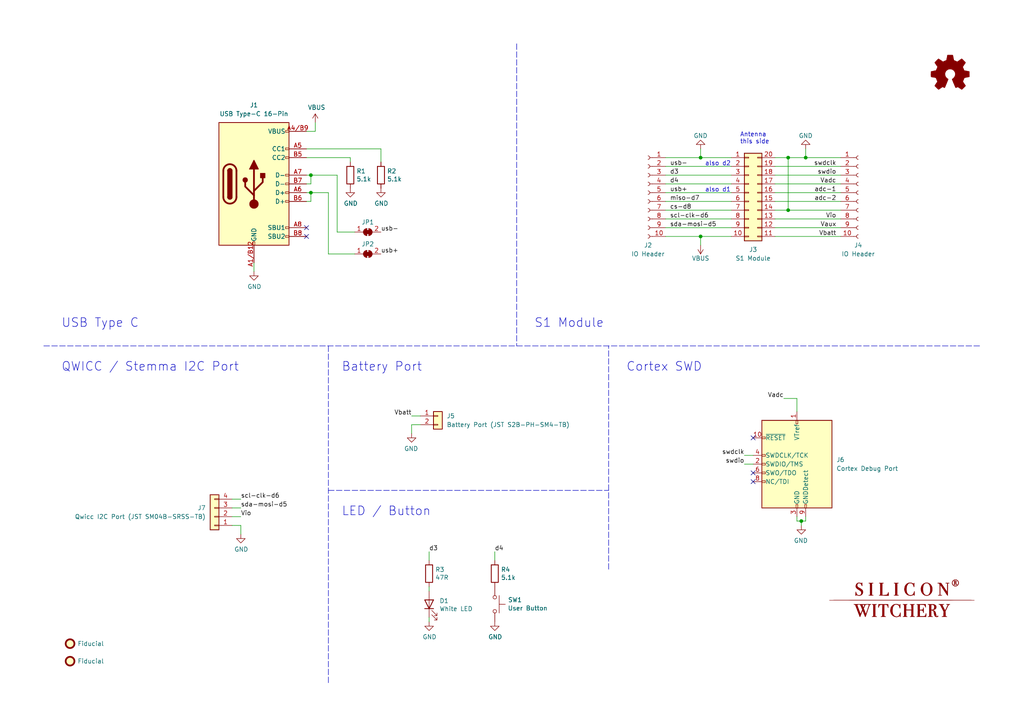
<source format=kicad_sch>
(kicad_sch (version 20211123) (generator eeschema)
  (paper "A4")
  (title_block (title "S1 Popout Board") (date "2022-12-12") (rev "2") (company "Silicon Witchery AB") (comment 1 "Engineer: Raj Nakarja") (comment 3 "Licenced under: CERN OHL-P-v2") (comment 4 "Copyright 2022 © Silicon Witchery"))
  (lib_symbols
    (symbol "Connector:Conn_01x10_Female" (pin_names (offset 1.016) hide)
      (property "Reference" "J" (at 0 12.7 0))
      (property "Value" "Conn_01x10_Female" (at 0 -15.24 0))
      (symbol "Conn_01x10_Female_1_1"
        (pin passive line (at -5.08 10.16 0) (length 3.81) (name "Pin_1") (number "1"))
        (pin passive line (at -5.08 -12.7 0) (length 3.81) (name "Pin_10") (number "10"))
        (pin passive line (at -5.08 7.62 0) (length 3.81) (name "Pin_2") (number "2"))
        (pin passive line (at -5.08 5.08 0) (length 3.81) (name "Pin_3") (number "3"))
        (pin passive line (at -5.08 2.54 0) (length 3.81) (name "Pin_4") (number "4"))
        (pin passive line (at -5.08 0 0) (length 3.81) (name "Pin_5") (number "5"))
        (pin passive line (at -5.08 -2.54 0) (length 3.81) (name "Pin_6") (number "6"))
        (pin passive line (at -5.08 -5.08 0) (length 3.81) (name "Pin_7") (number "7"))
        (pin passive line (at -5.08 -7.62 0) (length 3.81) (name "Pin_8") (number "8"))
        (pin passive line (at -5.08 -10.16 0) (length 3.81) (name "Pin_9") (number "9"))
      )
    )
    (symbol "Connector:Conn_ARM_JTAG_SWD_10" (pin_names (offset 1.016))
      (property "Reference" "J" (at -2.54 16.51 0))
      (property "Value" "Conn_ARM_JTAG_SWD_10" (at -2.54 13.97 0))
      (symbol "Conn_ARM_JTAG_SWD_10_1_1"
        (pin power_in line (at 0 15.24 270) (length 2.54) (name "VTref") (number "1"))
        (pin open_collector line (at 12.7 7.62 180) (length 2.54) (name "~{RESET}") (number "10"))
        (pin bidirectional line (at 12.7 0 180) (length 2.54) (name "SWDIO/TMS") (number "2"))
        (pin power_in line (at 0 -15.24 90) (length 2.54) (name "GND") (number "3"))
        (pin output line (at 12.7 2.54 180) (length 2.54) (name "SWDCLK/TCK") (number "4"))
        (pin passive line (at 0 -15.24 90) (length 2.54) hide (name "GND") (number "5"))
        (pin input line (at 12.7 -2.54 180) (length 2.54) (name "SWO/TDO") (number "6"))
        (pin no_connect line (at -10.16 0 0) (length 2.54) hide (name "KEY") (number "7"))
        (pin output line (at 12.7 -5.08 180) (length 2.54) (name "NC/TDI") (number "8"))
        (pin passive line (at -2.54 -15.24 90) (length 2.54) (name "GNDDetect") (number "9"))
      )
    )
    (symbol "Connector_Generic:Conn_01x02" (pin_names (offset 1.016) hide)
      (property "Reference" "J" (at 0 2.54 0))
      (property "Value" "Conn_01x02" (at 0 -5.08 0))
      (symbol "Conn_01x02_1_1"
        (pin passive line (at -5.08 0 0) (length 3.81) (name "Pin_1") (number "1"))
        (pin passive line (at -5.08 -2.54 0) (length 3.81) (name "Pin_2") (number "2"))
      )
    )
    (symbol "Connector_Generic:Conn_01x04" (pin_names (offset 1.016) hide)
      (property "Reference" "J" (at 0 5.08 0))
      (property "Value" "Conn_01x04" (at 0 -7.62 0))
      (symbol "Conn_01x04_1_1"
        (pin passive line (at -5.08 2.54 0) (length 3.81) (name "Pin_1") (number "1"))
        (pin passive line (at -5.08 0 0) (length 3.81) (name "Pin_2") (number "2"))
        (pin passive line (at -5.08 -2.54 0) (length 3.81) (name "Pin_3") (number "3"))
        (pin passive line (at -5.08 -5.08 0) (length 3.81) (name "Pin_4") (number "4"))
      )
    )
    (symbol "Connector_Generic:Conn_02x10_Counter_Clockwise" (pin_names (offset 1.016) hide)
      (property "Reference" "J" (at 1.27 12.7 0))
      (property "Value" "Conn_02x10_Counter_Clockwise" (at 1.27 -15.24 0))
      (symbol "Conn_02x10_Counter_Clockwise_1_1"
        (pin passive line (at -5.08 10.16 0) (length 3.81) (name "Pin_1") (number "1"))
        (pin passive line (at -5.08 -12.7 0) (length 3.81) (name "Pin_10") (number "10"))
        (pin passive line (at 7.62 -12.7 180) (length 3.81) (name "Pin_11") (number "11"))
        (pin passive line (at 7.62 -10.16 180) (length 3.81) (name "Pin_12") (number "12"))
        (pin passive line (at 7.62 -7.62 180) (length 3.81) (name "Pin_13") (number "13"))
        (pin passive line (at 7.62 -5.08 180) (length 3.81) (name "Pin_14") (number "14"))
        (pin passive line (at 7.62 -2.54 180) (length 3.81) (name "Pin_15") (number "15"))
        (pin passive line (at 7.62 0 180) (length 3.81) (name "Pin_16") (number "16"))
        (pin passive line (at 7.62 2.54 180) (length 3.81) (name "Pin_17") (number "17"))
        (pin passive line (at 7.62 5.08 180) (length 3.81) (name "Pin_18") (number "18"))
        (pin passive line (at 7.62 7.62 180) (length 3.81) (name "Pin_19") (number "19"))
        (pin passive line (at -5.08 7.62 0) (length 3.81) (name "Pin_2") (number "2"))
        (pin passive line (at 7.62 10.16 180) (length 3.81) (name "Pin_20") (number "20"))
        (pin passive line (at -5.08 5.08 0) (length 3.81) (name "Pin_3") (number "3"))
        (pin passive line (at -5.08 2.54 0) (length 3.81) (name "Pin_4") (number "4"))
        (pin passive line (at -5.08 0 0) (length 3.81) (name "Pin_5") (number "5"))
        (pin passive line (at -5.08 -2.54 0) (length 3.81) (name "Pin_6") (number "6"))
        (pin passive line (at -5.08 -5.08 0) (length 3.81) (name "Pin_7") (number "7"))
        (pin passive line (at -5.08 -7.62 0) (length 3.81) (name "Pin_8") (number "8"))
        (pin passive line (at -5.08 -10.16 0) (length 3.81) (name "Pin_9") (number "9"))
      )
    )
    (symbol "Device:LED" (pin_numbers hide) (pin_names (offset 1.016) hide)
      (property "Reference" "D" (at 0 2.54 0))
      (property "Value" "LED" (at 0 -2.54 0))
      (symbol "LED_1_1"
        (pin passive line (at -3.81 0 0) (length 2.54) (name "K") (number "1"))
        (pin passive line (at 3.81 0 180) (length 2.54) (name "A") (number "2"))
      )
    )
    (symbol "Device:R" (pin_numbers hide) (pin_names (offset 0))
      (property "Reference" "R" (at 2.032 0 90))
      (property "Value" "R" (at 0 0 90))
      (symbol "R_1_1"
        (pin passive line (at 0 3.81 270) (length 1.27) (name "~") (number "1"))
        (pin passive line (at 0 -3.81 90) (length 1.27) (name "~") (number "2"))
      )
    )
    (symbol "Graphic:Logo_Open_Hardware_Small" (pin_names (offset 1.016)))
    (symbol "Jumper:SolderJumper_2_Bridged" (pin_names (offset 0) hide)
      (property "Reference" "JP" (at 0 2.032 0))
      (property "Value" "SolderJumper_2_Bridged" (at 0 -2.54 0))
      (symbol "SolderJumper_2_Bridged_1_1"
        (pin passive line (at -3.81 0 0) (length 2.54) (name "A") (number "1"))
        (pin passive line (at 3.81 0 180) (length 2.54) (name "B") (number "2"))
      )
    )
    (symbol "Mechanical:Fiducial"
      (property "Reference" "FID" (at 0 5.08 0))
      (property "Value" "Fiducial" (at 0 3.175 0))
    )
    (symbol "Switch:SW_Push" (pin_numbers hide) (pin_names (offset 1.016) hide)
      (property "Reference" "SW" (at 1.27 2.54 0))
      (property "Value" "SW_Push" (at 0 -1.524 0))
      (symbol "SW_Push_0_1"
        (pin passive line (at -5.08 0 0) (length 2.54) (name "1") (number "1"))
        (pin passive line (at 5.08 0 180) (length 2.54) (name "2") (number "2"))
      )
    )
    (symbol "power:GND" (power) (pin_names (offset 0))
      (property "Value" "GND" (at 0 -3.81 0))
      (symbol "GND_1_1"
        (pin power_in line (at 0 0 270) (length 0) hide (name "GND") (number "1"))
      )
    )
    (symbol "power:VBUS" (power) (pin_names (offset 0))
      (property "Value" "VBUS" (at 0 3.81 0))
      (symbol "VBUS_1_1"
        (pin power_in line (at 0 0 90) (length 0) hide (name "VBUS") (number "1"))
      )
    )
    (symbol "s1-popout-board:USB-C-16-Pin" (pin_names (offset 1.016))
      (property "Reference" "J" (at 0 0 0))
      (property "Value" "USB-C-16-Pin" (at 0 20.32 0))
      (symbol "USB-C-16-Pin_1_1"
        (pin power_in line (at 0 -22.86 90) (length 5.08) (name "GND") (number "A1/B12"))
        (pin passive line (at 0 -22.86 90) (length 5.08) hide (name "GND") (number "A12/B1"))
        (pin power_in line (at 15.24 15.24 180) (length 5.08) (name "VBUS") (number "A4/B9"))
        (pin bidirectional line (at 15.24 10.16 180) (length 5.08) (name "CC1") (number "A5"))
        (pin bidirectional line (at 15.24 -2.54 180) (length 5.08) (name "D+") (number "A6"))
        (pin bidirectional line (at 15.24 2.54 180) (length 5.08) (name "D-") (number "A7"))
        (pin bidirectional line (at 15.24 -12.7 180) (length 5.08) (name "SBU1") (number "A8"))
        (pin passive line (at 15.24 15.24 180) (length 5.08) hide (name "VBUS") (number "A9/B4"))
        (pin bidirectional line (at 15.24 7.62 180) (length 5.08) (name "CC2") (number "B5"))
        (pin bidirectional line (at 15.24 -5.08 180) (length 5.08) (name "D+") (number "B6"))
        (pin bidirectional line (at 15.24 0 180) (length 5.08) (name "D-") (number "B7"))
        (pin bidirectional line (at 15.24 -15.24 180) (length 5.08) (name "SBU2") (number "B8"))
      )
    )
    (symbol "sw-logo:LOGO" (pin_names (offset 1.016)))
  )
  (junction (at 232.41 151.13))
  (junction (at 233.68 45.72))
  (junction (at 203.2 68.58))
  (junction (at 90.17 55.88))
  (junction (at 203.2 45.72))
  (junction (at 228.6 45.72))
  (junction (at 228.6 60.96))
  (junction (at 90.17 50.8))
  (no_connect (at 88.9 66.04))
  (no_connect (at 88.9 68.58))
  (no_connect (at 218.44 139.7))
  (no_connect (at 218.44 137.16))
  (no_connect (at 218.44 127))
  (wire (pts (xy 193.04 66.04) (xy 212.09 66.04)))
  (wire (pts (xy 91.44 38.1) (xy 91.44 35.56)))
  (wire (pts (xy 119.38 123.19) (xy 119.38 125.73)))
  (wire (pts (xy 143.51 160.02) (xy 143.51 162.56)))
  (wire (pts (xy 73.66 76.2) (xy 73.66 78.74)))
  (polyline (pts (xy 149.86 12.7) (xy 149.86 100.33)))
  (wire (pts (xy 233.68 45.72) (xy 233.68 43.18)))
  (wire (pts (xy 212.09 68.58) (xy 203.2 68.58)))
  (wire (pts (xy 231.14 151.13) (xy 231.14 149.86)))
  (wire (pts (xy 88.9 55.88) (xy 90.17 55.88)))
  (polyline (pts (xy 95.25 142.24) (xy 176.53 142.24)))
  (wire (pts (xy 224.79 58.42) (xy 243.84 58.42)))
  (wire (pts (xy 88.9 50.8) (xy 90.17 50.8)))
  (wire (pts (xy 124.46 179.07) (xy 124.46 180.34)))
  (wire (pts (xy 224.79 45.72) (xy 228.6 45.72)))
  (wire (pts (xy 224.79 68.58) (xy 243.84 68.58)))
  (wire (pts (xy 67.31 152.4) (xy 69.85 152.4)))
  (wire (pts (xy 69.85 152.4) (xy 69.85 154.94)))
  (wire (pts (xy 228.6 60.96) (xy 228.6 45.72)))
  (wire (pts (xy 224.79 53.34) (xy 243.84 53.34)))
  (wire (pts (xy 95.25 73.66) (xy 102.87 73.66)))
  (polyline (pts (xy 12.7 100.33) (xy 284.48 100.33)))
  (wire (pts (xy 224.79 55.88) (xy 243.84 55.88)))
  (wire (pts (xy 193.04 60.96) (xy 212.09 60.96)))
  (wire (pts (xy 228.6 45.72) (xy 233.68 45.72)))
  (wire (pts (xy 224.79 50.8) (xy 243.84 50.8)))
  (wire (pts (xy 193.04 58.42) (xy 212.09 58.42)))
  (wire (pts (xy 193.04 63.5) (xy 212.09 63.5)))
  (wire (pts (xy 231.14 115.57) (xy 227.33 115.57)))
  (wire (pts (xy 110.49 43.18) (xy 110.49 46.99)))
  (wire (pts (xy 193.04 53.34) (xy 212.09 53.34)))
  (wire (pts (xy 193.04 45.72) (xy 203.2 45.72)))
  (wire (pts (xy 218.44 132.08) (xy 215.9 132.08)))
  (wire (pts (xy 232.41 152.4) (xy 232.41 151.13)))
  (wire (pts (xy 90.17 50.8) (xy 97.79 50.8)))
  (wire (pts (xy 124.46 162.56) (xy 124.46 160.02)))
  (wire (pts (xy 88.9 43.18) (xy 110.49 43.18)))
  (wire (pts (xy 218.44 134.62) (xy 215.9 134.62)))
  (wire (pts (xy 193.04 50.8) (xy 212.09 50.8)))
  (wire (pts (xy 90.17 58.42) (xy 90.17 55.88)))
  (wire (pts (xy 193.04 48.26) (xy 212.09 48.26)))
  (wire (pts (xy 224.79 48.26) (xy 243.84 48.26)))
  (wire (pts (xy 101.6 45.72) (xy 101.6 46.99)))
  (wire (pts (xy 232.41 151.13) (xy 231.14 151.13)))
  (polyline (pts (xy 95.25 100.33) (xy 95.25 198.12)))
  (wire (pts (xy 88.9 53.34) (xy 90.17 53.34)))
  (wire (pts (xy 212.09 45.72) (xy 203.2 45.72)))
  (wire (pts (xy 121.92 120.65) (xy 119.38 120.65)))
  (wire (pts (xy 233.68 151.13) (xy 232.41 151.13)))
  (wire (pts (xy 193.04 55.88) (xy 212.09 55.88)))
  (wire (pts (xy 224.79 60.96) (xy 228.6 60.96)))
  (wire (pts (xy 224.79 66.04) (xy 243.84 66.04)))
  (wire (pts (xy 124.46 170.18) (xy 124.46 171.45)))
  (wire (pts (xy 224.79 63.5) (xy 243.84 63.5)))
  (wire (pts (xy 231.14 119.38) (xy 231.14 115.57)))
  (polyline (pts (xy 176.53 165.1) (xy 176.53 100.33)))
  (wire (pts (xy 97.79 50.8) (xy 97.79 67.31)))
  (wire (pts (xy 97.79 67.31) (xy 102.87 67.31)))
  (wire (pts (xy 88.9 38.1) (xy 91.44 38.1)))
  (wire (pts (xy 67.31 144.78) (xy 69.85 144.78)))
  (wire (pts (xy 233.68 45.72) (xy 243.84 45.72)))
  (wire (pts (xy 67.31 147.32) (xy 69.85 147.32)))
  (wire (pts (xy 90.17 53.34) (xy 90.17 50.8)))
  (wire (pts (xy 228.6 60.96) (xy 243.84 60.96)))
  (wire (pts (xy 203.2 68.58) (xy 203.2 71.12)))
  (wire (pts (xy 233.68 149.86) (xy 233.68 151.13)))
  (wire (pts (xy 95.25 55.88) (xy 95.25 73.66)))
  (wire (pts (xy 90.17 55.88) (xy 95.25 55.88)))
  (wire (pts (xy 203.2 68.58) (xy 193.04 68.58)))
  (wire (pts (xy 67.31 149.86) (xy 69.85 149.86)))
  (wire (pts (xy 88.9 45.72) (xy 101.6 45.72)))
  (wire (pts (xy 203.2 45.72) (xy 203.2 43.18)))
  (wire (pts (xy 121.92 123.19) (xy 119.38 123.19)))
  (wire (pts (xy 88.9 58.42) (xy 90.17 58.42)))
  (text "QWICC / Stemma I2C Port" (at 17.78 107.95 0) (effects (font (size 2.54 2.54)) (justify left bottom)))
  (text "Antenna\nthis side" (at 214.63 41.91 0) (effects (font (size 1.27 1.27)) (justify left bottom)))
  (text "USB Type C" (at 17.78 95.25 0) (effects (font (size 2.54 2.54)) (justify left bottom)))
  (text "Cortex SWD" (at 181.61 107.95 0) (effects (font (size 2.54 2.54)) (justify left bottom)))
  (text "also d2" (at 204.47 48.26 0) (effects (font (size 1.27 1.27)) (justify left bottom)))
  (text "LED / Button" (at 99.06 149.86 0) (effects (font (size 2.54 2.54)) (justify left bottom)))
  (text "also d1" (at 204.47 55.88 0) (effects (font (size 1.27 1.27)) (justify left bottom)))
  (text "Battery Port" (at 99.06 107.95 0) (effects (font (size 2.54 2.54)) (justify left bottom)))
  (text "S1 Module" (at 154.94 95.25 0) (effects (font (size 2.54 2.54)) (justify left bottom)))
  (label "Vbatt" (at 119.38 120.65 180))
  (label "d4" (at 143.51 160.02 0))
  (label "swdclk" (at 242.57 48.26 180))
  (label "miso-d7" (at 194.31 58.42 0))
  (label "usb-" (at 110.49 67.31 0))
  (label "d4" (at 194.31 53.34 0))
  (label "usb-" (at 194.31 48.26 0))
  (label "usb+" (at 194.31 55.88 0))
  (label "adc-2" (at 242.57 58.42 180))
  (label "scl-clk-d6" (at 69.85 144.78 0))
  (label "cs-d8" (at 194.31 60.96 0))
  (label "sda-mosi-d5" (at 194.31 66.04 0))
  (label "Vadc" (at 242.57 53.34 180))
  (label "swdio" (at 242.57 50.8 180))
  (label "Vaux" (at 242.57 66.04 180))
  (label "swdclk" (at 215.9 132.08 180))
  (label "Vadc" (at 227.33 115.57 180))
  (label "d3" (at 194.31 50.8 0))
  (label "adc-1" (at 242.57 55.88 180))
  (label "Vio" (at 69.85 149.86 0))
  (label "d3" (at 124.46 160.02 0))
  (label "Vbatt" (at 242.57 68.58 180))
  (label "usb+" (at 110.49 73.66 0))
  (label "scl-clk-d6" (at 194.31 63.5 0))
  (label "Vio" (at 242.57 63.5 180))
  (label "sda-mosi-d5" (at 69.85 147.32 0))
  (label "swdio" (at 215.9 134.62 180))
  (symbol (lib_id "Connector_Generic:Conn_02x10_Counter_Clockwise") (at 217.17 55.88 0) (unit 1)
    (property "Reference" "J3" (at 218.44 72.39 0))
    (property "Value" "S1 Module" (at 218.44 74.93 0))
    (property "Footprint" "s1-popout-footprints:s1-module" (effects hide))
  )
  (symbol (lib_id "Connector:Conn_ARM_JTAG_SWD_10") (at 231.14 134.62 0) (mirror y) (unit 1)
    (property "Reference" "J6" (at 242.57 133.35 0) (effects (justify right)))
    (property "Value" "Cortex Debug Port" (at 242.57 135.89 0) (effects (justify right)))
    (property "Footprint" "s1-popout-footprints:PinHeader_2x05_P1.27mm_Samtec_FTSH-105-DV" (effects hide))
    (property "Datasheet" "http://infocenter.arm.com/help/topic/com.arm.doc.ddi0314h/DDI0314H_coresight_components_trm.pdf" (effects hide))
  )
  (symbol (lib_id "Connector_Generic:Conn_01x02") (at 127 120.65 0) (unit 1)
    (property "Reference" "J5" (at 129.54 120.65 0) (effects (justify left)))
    (property "Value" "Battery Port (JST S2B-PH-SM4-TB)" (at 129.54 123.19 0) (effects (justify left)))
    (property "Footprint" "s1-popout-footprints:JST_S2B-PH-SM4-TB(LF)(SN)" (effects hide))
    (property "Datasheet" "http://www.jst-mfg.com/product/pdf/eng/ePH.pdf" (effects hide))
  )
  (symbol (lib_id "Connector_Generic:Conn_01x04") (at 62.23 149.86 180) (unit 1)
    (property "Reference" "J7" (at 59.69 147.32 0) (effects (justify left)))
    (property "Value" "Qwicc I2C Port (JST SM04B-SRSS-TB)" (at 59.69 149.86 0) (effects (justify left)))
    (property "Footprint" "s1-popout-footprints:JST_SM04B-SRSS-TB(LF)(SN)" (effects hide))
    (property "Datasheet" "http://www.jst-mfg.com/product/pdf/eng/eSH.pdf" (effects hide))
  )
  (symbol (lib_id "Device:R") (at 101.6 50.8 0) (unit 1)
    (property "Reference" "R1" (at 103.378 49.6316 0) (effects (justify left)))
    (property "Value" "5.1k" (at 103.378 51.943 0) (effects (justify left)))
    (property "Footprint" "Resistor_SMD:R_0201_0603Metric" (effects hide))
  )
  (symbol (lib_id "Device:R") (at 110.49 50.8 0) (unit 1)
    (property "Reference" "R2" (at 112.268 49.6316 0) (effects (justify left)))
    (property "Value" "5.1k" (at 112.268 51.943 0) (effects (justify left)))
    (property "Footprint" "Resistor_SMD:R_0201_0603Metric" (effects hide))
  )
  (symbol (lib_id "power:VBUS") (at 91.44 35.56 0) (unit 1)
    (property "Reference" "#PWR01" (effects hide))
    (property "Value" "VBUS" (at 91.821 31.1658 0))
  )
  (symbol (lib_id "power:GND") (at 73.66 78.74 0) (unit 1)
    (property "Reference" "#PWR07" (effects hide))
    (property "Value" "GND" (at 73.787 83.1342 0))
  )
  (symbol (lib_id "power:GND") (at 101.6 54.61 0) (unit 1)
    (property "Reference" "#PWR04" (effects hide))
    (property "Value" "GND" (at 101.727 59.0042 0))
  )
  (symbol (lib_id "power:GND") (at 110.49 54.61 0) (unit 1)
    (property "Reference" "#PWR05" (effects hide))
    (property "Value" "GND" (at 110.617 59.0042 0))
  )
  (symbol (lib_id "power:GND") (at 203.2 43.18 180) (unit 1)
    (property "Reference" "#PWR02" (effects hide))
    (property "Value" "GND" (at 203.2 39.37 0))
  )
  (symbol (lib_id "power:GND") (at 233.68 43.18 180) (unit 1)
    (property "Reference" "#PWR03" (effects hide))
    (property "Value" "GND" (at 233.68 39.37 0))
  )
  (symbol (lib_id "power:GND") (at 119.38 125.73 0) (mirror y) (unit 1)
    (property "Reference" "#PWR08" (effects hide))
    (property "Value" "GND" (at 119.253 130.1242 0))
  )
  (symbol (lib_id "power:GND") (at 69.85 154.94 0) (unit 1)
    (property "Reference" "#PWR010" (effects hide))
    (property "Value" "GND" (at 69.977 159.3342 0))
  )
  (symbol (lib_id "power:VBUS") (at 203.2 71.12 180) (unit 1)
    (property "Reference" "#PWR06" (effects hide))
    (property "Value" "VBUS" (at 203.2 74.93 0))
  )
  (symbol (lib_id "power:GND") (at 232.41 152.4 0) (mirror y) (unit 1)
    (property "Reference" "#PWR09" (effects hide))
    (property "Value" "GND" (at 232.283 156.7942 0))
  )
  (symbol (lib_id "Connector:Conn_01x10_Female") (at 248.92 55.88 0) (unit 1)
    (property "Reference" "J4" (at 248.92 71.12 0))
    (property "Value" "IO Header" (at 248.92 73.66 0))
    (property "Footprint" "Connector_PinSocket_2.54mm:PinSocket_1x10_P2.54mm_Vertical_SMD_Pin1Left" (effects hide))
  )
  (symbol (lib_id "Connector:Conn_01x10_Female") (at 187.96 55.88 0) (mirror y) (unit 1)
    (property "Reference" "J2" (at 187.96 71.12 0))
    (property "Value" "IO Header" (at 187.96 73.66 0))
    (property "Footprint" "Connector_PinSocket_2.54mm:PinSocket_1x10_P2.54mm_Vertical_SMD_Pin1Left" (effects hide))
  )
  (symbol (lib_id "s1-popout-board:USB-C-16-Pin") (at 73.66 53.34 0) (unit 1)
    (property "Reference" "J1" (at 73.66 30.48 0))
    (property "Value" "USB Type-C 16-Pin" (at 73.66 33.02 0))
    (property "Footprint" "s1-popout-footprints:DX07S016JA1R1500" (effects hide))
    (property "Datasheet" "https://www.mouser.se/datasheet/2/206/JAE_Electronics_01282020_DX07-1729578.pdf" (effects hide))
  )
  (symbol (lib_id "Graphic:Logo_Open_Hardware_Small") (at 275.59 21.59 0) (unit 1)
    (property "Reference" "#LOGO1" (effects hide))
    (property "Value" "Logo_Open_Hardware_Small" (effects hide))
  )
  (symbol (lib_id "Mechanical:Fiducial") (at 20.32 186.69 0) (unit 1)
    (property "Reference" "FID1" (effects hide))
    (property "Value" "Fiducial" (at 22.479 186.69 0) (effects (justify left)))
    (property "Footprint" "Fiducial:Fiducial_0.5mm_Mask1.5mm" (effects hide))
  )
  (symbol (lib_id "Mechanical:Fiducial") (at 20.32 191.77 0) (unit 1)
    (property "Reference" "FID2" (effects hide))
    (property "Value" "Fiducial" (at 22.479 191.77 0) (effects (justify left)))
    (property "Footprint" "Fiducial:Fiducial_0.5mm_Mask1.5mm" (effects hide))
  )
  (symbol (lib_id "Device:LED") (at 124.46 175.26 90) (unit 1)
    (property "Reference" "D1" (at 127.4572 174.2694 90) (effects (justify right)))
    (property "Value" "White LED" (at 127.4572 176.5808 90) (effects (justify right)))
    (property "Footprint" "LED_SMD:LED_0603_1608Metric" (effects hide))
  )
  (symbol (lib_id "sw-logo:LOGO") (at 261.62 173.99 0) (unit 1)
    (property "Reference" "G1" (effects hide))
    (property "Value" "LOGO" (effects hide))
    (property "Footprint" "s1-popout-footprints:sw-logo" (effects hide))
  )
  (symbol (lib_id "Device:R") (at 124.46 166.37 0) (unit 1)
    (property "Reference" "R3" (at 126.238 165.2016 0) (effects (justify left)))
    (property "Value" "47R" (at 126.238 167.513 0) (effects (justify left)))
    (property "Footprint" "Resistor_SMD:R_0201_0603Metric" (effects hide))
  )
  (symbol (lib_id "power:GND") (at 124.46 180.34 0) (unit 1)
    (property "Reference" "#PWR011" (effects hide))
    (property "Value" "GND" (at 124.587 184.7342 0))
  )
  (symbol (lib_id "Switch:SW_Push") (at 143.51 175.26 270) (unit 1)
    (property "Reference" "SW1" (at 147.32 173.99 90) (effects (justify left)))
    (property "Value" "User Button" (at 147.2692 176.403 90) (effects (justify left)))
    (property "Footprint" "s1-popout-footprints:C&K-SMT-Tactile-Button-(PTS-810-SJM)" (effects hide))
  )
  (symbol (lib_id "power:GND") (at 143.51 180.34 0) (unit 1)
    (property "Reference" "#PWR012" (effects hide))
    (property "Value" "GND" (at 143.637 184.7342 0))
  )
  (symbol (lib_id "Device:R") (at 143.51 166.37 0) (unit 1)
    (property "Reference" "R4" (at 145.288 165.2016 0) (effects (justify left)))
    (property "Value" "5.1k" (at 145.288 167.513 0) (effects (justify left)))
    (property "Footprint" "Resistor_SMD:R_0201_0603Metric" (effects hide))
  )
  (symbol (lib_id "Jumper:SolderJumper_2_Bridged") (at 106.68 67.31 0) (unit 1)
    (property "Reference" "JP1" (at 106.68 64.4398 0))
    (property "Value" "SolderJumper_2_Bridged" (effects hide))
    (property "Footprint" "Jumper:SolderJumper-2_P1.3mm_Bridged_RoundedPad1.0x1.5mm" (effects hide))
  )
  (symbol (lib_id "Jumper:SolderJumper_2_Bridged") (at 106.68 73.66 0) (unit 1)
    (property "Reference" "JP2" (at 106.68 70.7898 0))
    (property "Value" "SolderJumper_2_Bridged" (effects hide))
    (property "Footprint" "Jumper:SolderJumper-2_P1.3mm_Bridged_RoundedPad1.0x1.5mm" (effects hide))
  )
)
</source>
